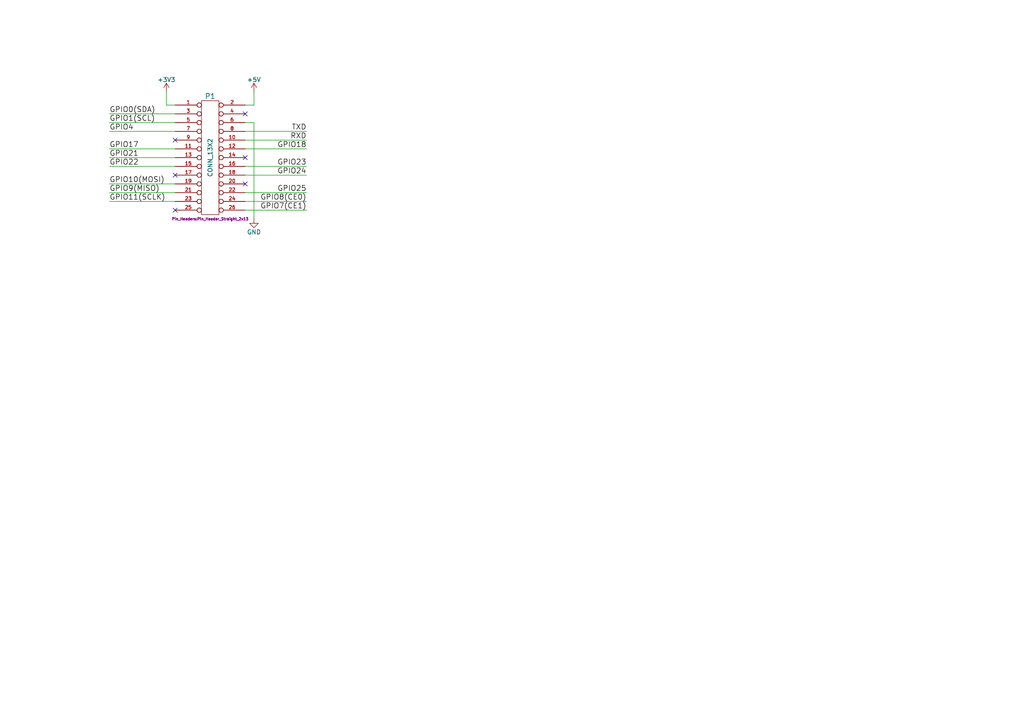
<source format=kicad_sch>
(kicad_sch (version 20230121) (generator eeschema)
  (paper "A4")
  (title_block (date "15 nov 2012"))
  (lib_symbols
    (symbol "raspberrypi-gpio-rescue:+3.3V" (power) (pin_names (offset 0))
      (property "Value" "+3.3V" (at 0 3.556 0))
      (symbol "+3.3V_0_1"
        (polyline (pts (xy -0.762 1.27) (xy 0 2.54)))
        (polyline (pts (xy 0 0) (xy 0 2.54)))
        (polyline (pts (xy 0 2.54) (xy 0.762 1.27)))
      )
      (symbol "+3.3V_1_1"
        (pin power_in line (at 0 0 90) (length 0) hide (name "+3V3") (number "1"))
      )
    )
    (symbol "raspberrypi-gpio-rescue:+5V" (power) (pin_names (offset 0))
      (property "Value" "+5V" (at 0 3.556 0))
      (symbol "+5V_0_1"
        (polyline (pts (xy -0.762 1.27) (xy 0 2.54)))
        (polyline (pts (xy 0 0) (xy 0 2.54)))
        (polyline (pts (xy 0 2.54) (xy 0.762 1.27)))
      )
      (symbol "+5V_1_1"
        (pin power_in line (at 0 0 90) (length 0) hide (name "+5V") (number "1"))
      )
    )
    (symbol "raspberrypi-gpio-rescue:CONN_13X2" (pin_names (offset 0.254) hide)
      (property "Reference" "P" (at 0 17.78 0))
      (property "Value" "CONN_13X2" (at 0 0 90))
      (symbol "CONN_13X2_0_1"
        (rectangle (start -2.54 16.51) (end 2.54 -16.51))
      )
      (symbol "CONN_13X2_1_1"
        (pin passive inverted (at -10.16 15.24 0) (length 7.62) (name "P1") (number "1"))
        (pin passive inverted (at 10.16 5.08 180) (length 7.62) (name "P10") (number "10"))
        (pin passive inverted (at -10.16 2.54 0) (length 7.62) (name "P11") (number "11"))
        (pin passive inverted (at 10.16 2.54 180) (length 7.62) (name "P12") (number "12"))
        (pin passive inverted (at -10.16 0 0) (length 7.62) (name "P13") (number "13"))
        (pin passive inverted (at 10.16 0 180) (length 7.62) (name "P14") (number "14"))
        (pin passive inverted (at -10.16 -2.54 0) (length 7.62) (name "P15") (number "15"))
        (pin passive inverted (at 10.16 -2.54 180) (length 7.62) (name "P16") (number "16"))
        (pin passive inverted (at -10.16 -5.08 0) (length 7.62) (name "P17") (number "17"))
        (pin passive inverted (at 10.16 -5.08 180) (length 7.62) (name "P18") (number "18"))
        (pin passive inverted (at -10.16 -7.62 0) (length 7.62) (name "P19") (number "19"))
        (pin passive inverted (at 10.16 15.24 180) (length 7.62) (name "P2") (number "2"))
        (pin passive inverted (at 10.16 -7.62 180) (length 7.62) (name "P20") (number "20"))
        (pin passive inverted (at -10.16 -10.16 0) (length 7.62) (name "P21") (number "21"))
        (pin passive inverted (at 10.16 -10.16 180) (length 7.62) (name "P22") (number "22"))
        (pin passive inverted (at -10.16 -12.7 0) (length 7.62) (name "P23") (number "23"))
        (pin passive inverted (at 10.16 -12.7 180) (length 7.62) (name "P20") (number "24"))
        (pin passive inverted (at -10.16 -15.24 0) (length 7.62) (name "P24") (number "25"))
        (pin passive inverted (at 10.16 -15.24 180) (length 7.62) (name "P22") (number "26"))
        (pin passive inverted (at -10.16 12.7 0) (length 7.62) (name "P3") (number "3"))
        (pin passive inverted (at 10.16 12.7 180) (length 7.62) (name "P4") (number "4"))
        (pin passive inverted (at -10.16 10.16 0) (length 7.62) (name "P5") (number "5"))
        (pin passive inverted (at 10.16 10.16 180) (length 7.62) (name "P6") (number "6"))
        (pin passive inverted (at -10.16 7.62 0) (length 7.62) (name "P7") (number "7"))
        (pin passive inverted (at 10.16 7.62 180) (length 7.62) (name "P8") (number "8"))
        (pin passive inverted (at -10.16 5.08 0) (length 7.62) (name "P9") (number "9"))
      )
    )
    (symbol "raspberrypi-gpio-rescue:GND" (power) (pin_names (offset 0))
      (property "Value" "GND" (at 0 -3.81 0))
      (symbol "GND_0_1"
        (polyline (pts (xy 0 0) (xy 0 -1.27) (xy 1.27 -1.27) (xy 0 -2.54) (xy -1.27 -1.27) (xy 0 -1.27)))
      )
      (symbol "GND_1_1"
        (pin power_in line (at 0 0 270) (length 0) hide (name "GND") (number "1"))
      )
    )
  )
  (no_connect (at 71.12 53.34))
  (no_connect (at 71.12 33.02))
  (no_connect (at 50.8 40.64))
  (no_connect (at 50.8 50.8))
  (no_connect (at 71.12 45.72))
  (no_connect (at 50.8 60.96))
  (wire (pts (xy 71.12 50.8) (xy 88.9 50.8)))
  (wire (pts (xy 50.8 45.72) (xy 31.75 45.72)))
  (wire (pts (xy 71.12 38.1) (xy 88.9 38.1)))
  (wire (pts (xy 73.66 30.48) (xy 71.12 30.48)))
  (wire (pts (xy 73.66 35.56) (xy 71.12 35.56)))
  (wire (pts (xy 50.8 58.42) (xy 31.75 58.42)))
  (wire (pts (xy 48.26 26.67) (xy 48.26 30.48)))
  (wire (pts (xy 50.8 48.26) (xy 31.75 48.26)))
  (wire (pts (xy 73.66 63.5) (xy 73.66 35.56)))
  (wire (pts (xy 48.26 30.48) (xy 50.8 30.48)))
  (wire (pts (xy 50.8 55.88) (xy 31.75 55.88)))
  (wire (pts (xy 71.12 55.88) (xy 88.9 55.88)))
  (wire (pts (xy 50.8 53.34) (xy 31.75 53.34)))
  (wire (pts (xy 50.8 33.02) (xy 31.75 33.02)))
  (wire (pts (xy 71.12 60.96) (xy 88.9 60.96)))
  (wire (pts (xy 71.12 40.64) (xy 88.9 40.64)))
  (wire (pts (xy 50.8 38.1) (xy 31.75 38.1)))
  (wire (pts (xy 71.12 48.26) (xy 88.9 48.26)))
  (wire (pts (xy 71.12 43.18) (xy 88.9 43.18)))
  (wire (pts (xy 71.12 58.42) (xy 88.9 58.42)))
  (wire (pts (xy 73.66 26.67) (xy 73.66 30.48)))
  (wire (pts (xy 50.8 43.18) (xy 31.75 43.18)))
  (wire (pts (xy 50.8 35.56) (xy 31.75 35.56)))
  (label "GPIO7(CE1)" (at 88.9 60.96 180) (effects (font (size 1.524 1.524))))
  (label "GPIO8(CE0)" (at 88.9 58.42 180) (effects (font (size 1.524 1.524))))
  (label "GPIO21" (at 31.75 45.72 0) (effects (font (size 1.524 1.524))))
  (label "GPIO23" (at 88.9 48.26 180) (effects (font (size 1.524 1.524))))
  (label "GPIO9(MISO)" (at 31.75 55.88 0) (effects (font (size 1.524 1.524))))
  (label "GPIO10(MOSI)" (at 31.75 53.34 0) (effects (font (size 1.524 1.524))))
  (label "GPIO17" (at 31.75 43.18 0) (effects (font (size 1.524 1.524))))
  (label "RXD" (at 88.9 40.64 180) (effects (font (size 1.524 1.524))))
  (label "GPIO4" (at 31.75 38.1 0) (effects (font (size 1.524 1.524))))
  (label "GPIO24" (at 88.9 50.8 180) (effects (font (size 1.524 1.524))))
  (label "TXD" (at 88.9 38.1 180) (effects (font (size 1.524 1.524))))
  (label "GPIO1(SCL)" (at 31.75 35.56 0) (effects (font (size 1.524 1.524))))
  (label "GPIO0(SDA)" (at 31.75 33.02 0) (effects (font (size 1.524 1.524))))
  (label "GPIO11(SCLK)" (at 31.75 58.42 0) (effects (font (size 1.524 1.524))))
  (label "GPIO25" (at 88.9 55.88 180) (effects (font (size 1.524 1.524))))
  (label "GPIO22" (at 31.75 48.26 0) (effects (font (size 1.524 1.524))))
  (label "GPIO18" (at 88.9 43.18 180) (effects (font (size 1.524 1.524))))
  (symbol (lib_id "raspberrypi-gpio-rescue:CONN_13X2") (at 60.96 45.72 0) (unit 1)
    (property "Reference" "P1" (at 60.96 27.94 0) (effects (font (size 1.524 1.524))))
    (property "Value" "CONN_13X2" (at 60.96 45.72 90))
    (property "Footprint" "Pin_Headers:Pin_Header_Straight_2x13" (at 60.96 63.5 0) (effects (font (size 0.762 0.762))))
  )
  (symbol (lib_id "raspberrypi-gpio-rescue:+3.3V") (at 48.26 26.67 0) (unit 1)
    (property "Reference" "#PWR01" (effects hide))
    (property "Value" "+3.3V" (at 48.26 23.114 0))
  )
  (symbol (lib_id "raspberrypi-gpio-rescue:+5V") (at 73.66 26.67 0) (unit 1)
    (property "Reference" "#PWR02" (effects hide))
    (property "Value" "+5V" (at 73.66 23.114 0))
  )
  (symbol (lib_id "raspberrypi-gpio-rescue:GND") (at 73.66 63.5 0) (unit 1)
    (property "Reference" "#PWR03" (effects hide))
    (property "Value" "GND" (at 73.66 67.31 0))
  )
)
</source>
